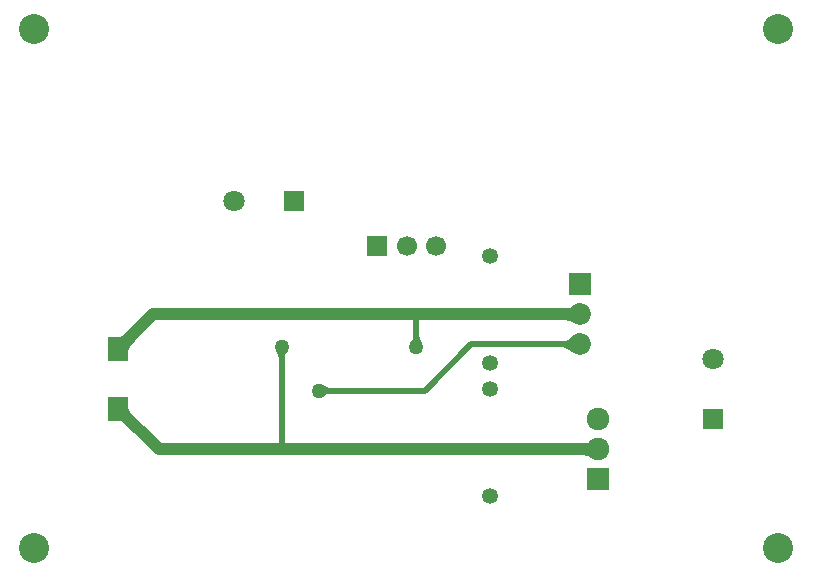
<source format=gbl>
G04*
G04 #@! TF.GenerationSoftware,Altium Limited,Altium Designer,24.1.2 (44)*
G04*
G04 Layer_Physical_Order=2*
G04 Layer_Color=16711680*
%FSLAX44Y44*%
%MOMM*%
G71*
G04*
G04 #@! TF.SameCoordinates,0D61027A-B9A4-4D08-A004-814C5E794B05*
G04*
G04*
G04 #@! TF.FilePolarity,Positive*
G04*
G01*
G75*
%ADD12C,0.2540*%
%ADD30C,1.8500*%
%ADD31R,1.8500X1.8500*%
%ADD35C,1.0000*%
%ADD36C,0.5000*%
%ADD37R,1.9200X1.9200*%
%ADD38C,1.9200*%
%ADD39R,1.7000X1.7000*%
%ADD40C,1.7000*%
%ADD41R,1.8000X2.0320*%
%ADD42C,1.8000*%
%ADD43R,1.8000X1.8000*%
%ADD44C,1.3500*%
%ADD45R,1.8000X1.8000*%
%ADD46C,2.5400*%
%ADD47C,1.2700*%
G36*
X351574Y380455D02*
X350860Y381151D01*
X348938Y382797D01*
X348371Y383198D01*
X347841Y383526D01*
X347348Y383780D01*
X346892Y383960D01*
X346473Y384067D01*
X346090Y384100D01*
X355000Y393010D01*
X355033Y392627D01*
X355140Y392208D01*
X355320Y391752D01*
X355574Y391259D01*
X355902Y390729D01*
X356303Y390162D01*
X357327Y388918D01*
X357949Y388240D01*
X358645Y387526D01*
X351574Y380455D01*
D02*
G37*
G36*
X362041Y452869D02*
X360058Y450816D01*
X356940Y447136D01*
X355806Y445508D01*
X354954Y444023D01*
X354385Y442680D01*
X354100Y441479D01*
X354097Y440420D01*
X354376Y439502D01*
X354939Y438727D01*
X340827Y452839D01*
X341602Y452276D01*
X342520Y451997D01*
X343579Y452000D01*
X344780Y452285D01*
X346123Y452854D01*
X347608Y453706D01*
X349235Y454840D01*
X351005Y456258D01*
X354969Y459941D01*
X362041Y452869D01*
D02*
G37*
G36*
X481750Y436103D02*
X481731Y436731D01*
X481672Y437333D01*
X481575Y437909D01*
X481439Y438460D01*
X481264Y438984D01*
X481050Y439482D01*
X480797Y439954D01*
X480505Y440401D01*
X480175Y440821D01*
X479805Y441215D01*
X488695D01*
X488326Y440821D01*
X487995Y440401D01*
X487703Y439954D01*
X487450Y439482D01*
X487236Y438984D01*
X487061Y438460D01*
X486925Y437909D01*
X486828Y437333D01*
X486769Y436731D01*
X486750Y436103D01*
X481750D01*
D02*
G37*
G36*
X525397Y406000D02*
X524769Y405980D01*
X524167Y405922D01*
X523591Y405825D01*
X523040Y405689D01*
X522516Y405514D01*
X522018Y405300D01*
X521546Y405047D01*
X521099Y404755D01*
X520679Y404425D01*
X520285Y404055D01*
Y412945D01*
X520679Y412575D01*
X521099Y412245D01*
X521546Y411953D01*
X522018Y411700D01*
X522516Y411486D01*
X523040Y411311D01*
X523591Y411175D01*
X524167Y411078D01*
X524769Y411019D01*
X525397Y411000D01*
Y406000D01*
D02*
G37*
G36*
X730094Y466525D02*
X729767Y466805D01*
X729362Y467056D01*
X728882Y467277D01*
X728324Y467469D01*
X727690Y467631D01*
X726979Y467764D01*
X726191Y467867D01*
X724386Y467985D01*
X723368Y468000D01*
Y478000D01*
X724386Y478015D01*
X726979Y478236D01*
X727690Y478369D01*
X728324Y478531D01*
X728882Y478723D01*
X729362Y478944D01*
X729767Y479195D01*
X730094Y479475D01*
Y466525D01*
D02*
G37*
G36*
X601020Y454769D02*
X601078Y454167D01*
X601175Y453591D01*
X601311Y453040D01*
X601486Y452516D01*
X601700Y452018D01*
X601953Y451546D01*
X602245Y451099D01*
X602575Y450679D01*
X602945Y450285D01*
X594055D01*
X594425Y450679D01*
X594755Y451099D01*
X595047Y451546D01*
X595300Y452018D01*
X595514Y452516D01*
X595689Y453040D01*
X595825Y453591D01*
X595922Y454167D01*
X595981Y454769D01*
X596000Y455397D01*
X601000D01*
X601020Y454769D01*
D02*
G37*
G36*
X730094Y441125D02*
X729314Y441880D01*
X728533Y442556D01*
X727751Y443152D01*
X726968Y443669D01*
X726184Y444106D01*
X725398Y444464D01*
X724611Y444742D01*
X723823Y444941D01*
X723034Y445060D01*
X722244Y445100D01*
Y450100D01*
X723034Y450140D01*
X723823Y450259D01*
X724611Y450458D01*
X725398Y450736D01*
X726184Y451094D01*
X726968Y451531D01*
X727751Y452048D01*
X728533Y452644D01*
X729314Y453320D01*
X730094Y454075D01*
Y441125D01*
D02*
G37*
G36*
X745644Y352030D02*
X745270Y352357D01*
X744821Y352649D01*
X744297Y352907D01*
X743699Y353131D01*
X743026Y353320D01*
X742279Y353475D01*
X741458Y353595D01*
X739590Y353733D01*
X738545Y353750D01*
Y363750D01*
X739590Y363767D01*
X741458Y363905D01*
X742279Y364025D01*
X743026Y364180D01*
X743699Y364369D01*
X744297Y364593D01*
X744821Y364851D01*
X745270Y365143D01*
X745644Y365470D01*
Y352030D01*
D02*
G37*
D12*
X484250Y359015D02*
X484515Y358750D01*
X598487Y473000D02*
X598500Y472987D01*
D30*
X736700Y447600D02*
D03*
Y473000D02*
D03*
D31*
Y498400D02*
D03*
D35*
X375100Y473000D02*
X598487D01*
X346000Y393100D02*
X380350Y358750D01*
X484515D01*
X598487Y473000D02*
X736700D01*
X484515Y358750D02*
X752500D01*
X346000Y443900D02*
X375100Y473000D01*
D36*
X644990Y447600D02*
X736700D01*
X598500Y445750D02*
Y472987D01*
X605890Y408500D02*
X644990Y447600D01*
X484250Y359015D02*
Y445750D01*
X515750Y408500D02*
X605890D01*
D37*
X752500Y333350D02*
D03*
D38*
Y358750D02*
D03*
Y384150D02*
D03*
D39*
X565250Y530500D02*
D03*
D40*
X615250D02*
D03*
X590250D02*
D03*
D41*
X346000Y443900D02*
D03*
Y393100D02*
D03*
D42*
X849500Y435400D02*
D03*
X443850Y569000D02*
D03*
D43*
X849500Y384600D02*
D03*
D44*
X660750Y409500D02*
D03*
Y319500D02*
D03*
X660500Y522250D02*
D03*
Y432250D02*
D03*
D45*
X494650Y569000D02*
D03*
D46*
X275000Y275000D02*
D03*
Y715000D02*
D03*
X905000Y275000D02*
D03*
Y715000D02*
D03*
D47*
X484250Y445750D02*
D03*
X515750Y408500D02*
D03*
X598500Y445750D02*
D03*
M02*

</source>
